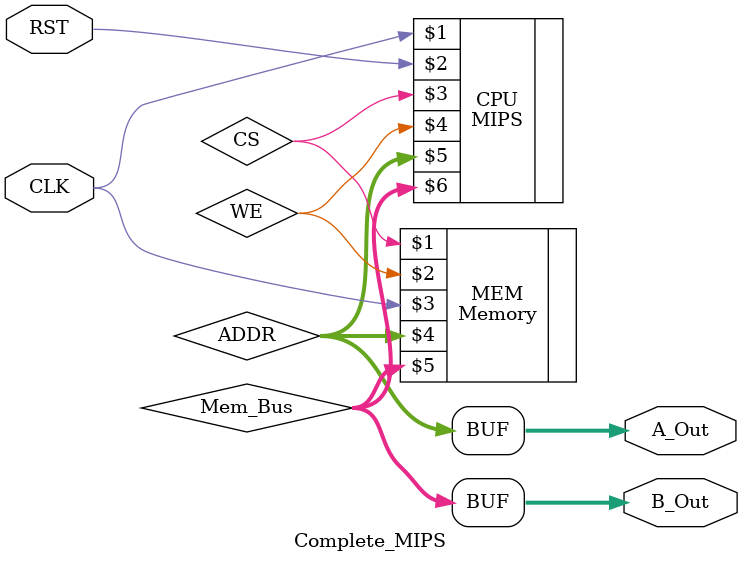
<source format=v>
module Complete_MIPS
(
	input CLK,
	input RST,
	output [31:0] A_Out,
	output [31:0] B_Out
);

wire CS, WE;
wire [31:0] ADDR, Mem_Bus;
assign A_Out = ADDR;
assign B_Out = Mem_Bus;

MIPS CPU(CLK, RST, CS, WE, ADDR, Mem_Bus);
Memory MEM(CS,WE,CLK,ADDR,Mem_Bus);

endmodule

</source>
